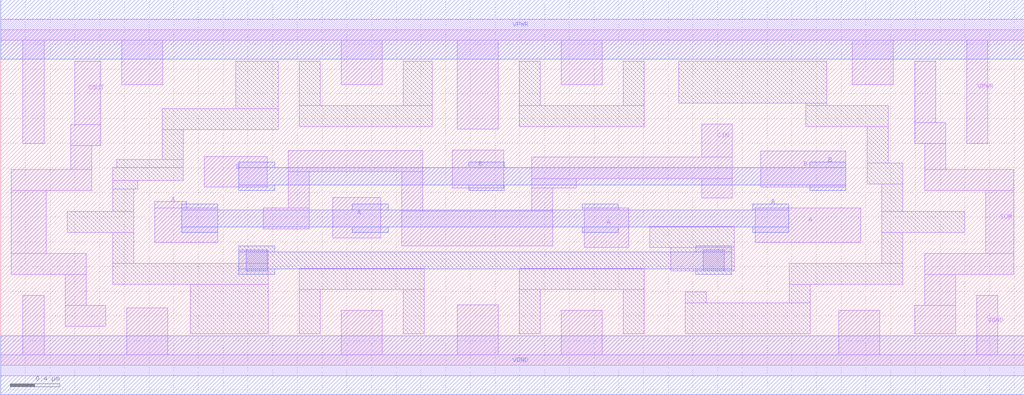
<source format=lef>
# Copyright 2020 The SkyWater PDK Authors
#
# Licensed under the Apache License, Version 2.0 (the "License");
# you may not use this file except in compliance with the License.
# You may obtain a copy of the License at
#
#     https://www.apache.org/licenses/LICENSE-2.0
#
# Unless required by applicable law or agreed to in writing, software
# distributed under the License is distributed on an "AS IS" BASIS,
# WITHOUT WARRANTIES OR CONDITIONS OF ANY KIND, either express or implied.
# See the License for the specific language governing permissions and
# limitations under the License.
#
# SPDX-License-Identifier: Apache-2.0

VERSION 5.5 ;
NAMESCASESENSITIVE ON ;
BUSBITCHARS "[]" ;
DIVIDERCHAR "/" ;
MACRO sky130_fd_sc_hd__fa_2
  CLASS CORE ;
  SOURCE USER ;
  ORIGIN  0.000000  0.000000 ;
  SIZE  8.280000 BY  2.720000 ;
  SYMMETRY X Y R90 ;
  SITE unithd ;
  PIN A
    ANTENNAGATEAREA  0.631500 ;
    DIRECTION INPUT ;
    USE SIGNAL ;
    PORT
      LAYER li1 ;
        RECT 1.245000 0.995000 1.755000 1.275000 ;
        RECT 1.245000 1.275000 1.505000 1.325000 ;
    END
    PORT
      LAYER li1 ;
        RECT 2.685000 1.030000 3.075000 1.360000 ;
    END
    PORT
      LAYER li1 ;
        RECT 4.720000 0.955000 5.080000 1.275000 ;
    END
    PORT
      LAYER li1 ;
        RECT 6.105000 0.995000 6.960000 1.275000 ;
    END
    PORT
      LAYER met1 ;
        RECT 1.465000 1.075000 1.755000 1.120000 ;
        RECT 1.465000 1.120000 6.375000 1.260000 ;
        RECT 1.465000 1.260000 1.755000 1.305000 ;
        RECT 2.845000 1.075000 3.135000 1.120000 ;
        RECT 2.845000 1.260000 3.135000 1.305000 ;
        RECT 4.705000 1.075000 4.995000 1.120000 ;
        RECT 4.705000 1.260000 4.995000 1.305000 ;
        RECT 6.085000 1.075000 6.375000 1.120000 ;
        RECT 6.085000 1.260000 6.375000 1.305000 ;
    END
  END A
  PIN B
    ANTENNAGATEAREA  0.631500 ;
    DIRECTION INPUT ;
    USE SIGNAL ;
    PORT
      LAYER li1 ;
        RECT 1.645000 1.445000 2.155000 1.690000 ;
    END
    PORT
      LAYER li1 ;
        RECT 3.655000 1.435000 4.070000 1.745000 ;
    END
    PORT
      LAYER li1 ;
        RECT 6.150000 1.445000 6.835000 1.735000 ;
    END
    PORT
      LAYER met1 ;
        RECT 1.925000 1.415000 2.215000 1.460000 ;
        RECT 1.925000 1.460000 6.835000 1.600000 ;
        RECT 1.925000 1.600000 2.215000 1.645000 ;
        RECT 3.785000 1.415000 4.075000 1.460000 ;
        RECT 3.785000 1.600000 4.075000 1.645000 ;
        RECT 6.545000 1.415000 6.835000 1.460000 ;
        RECT 6.545000 1.600000 6.835000 1.645000 ;
    END
  END B
  PIN CIN
    ANTENNAGATEAREA  0.475500 ;
    DIRECTION INPUT ;
    USE SIGNAL ;
    PORT
      LAYER li1 ;
        RECT 2.125000 1.105000 2.495000 1.275000 ;
        RECT 2.325000 1.275000 2.495000 1.570000 ;
        RECT 2.325000 1.570000 3.415000 1.740000 ;
        RECT 3.245000 0.965000 4.465000 1.250000 ;
        RECT 3.245000 1.250000 3.415000 1.570000 ;
        RECT 4.295000 1.250000 4.465000 1.435000 ;
        RECT 4.295000 1.435000 4.655000 1.515000 ;
        RECT 4.295000 1.515000 5.920000 1.685000 ;
        RECT 5.670000 1.355000 5.920000 1.515000 ;
        RECT 5.670000 1.685000 5.920000 1.955000 ;
    END
  END CIN
  PIN COUT
    ANTENNADIFFAREA  0.445500 ;
    DIRECTION OUTPUT ;
    USE SIGNAL ;
    PORT
      LAYER li1 ;
        RECT 0.085000 0.735000 0.690000 0.905000 ;
        RECT 0.085000 0.905000 0.370000 1.415000 ;
        RECT 0.085000 1.415000 0.735000 1.585000 ;
        RECT 0.520000 0.315000 0.850000 0.485000 ;
        RECT 0.520000 0.485000 0.690000 0.735000 ;
        RECT 0.565000 1.585000 0.735000 1.780000 ;
        RECT 0.565000 1.780000 0.810000 1.950000 ;
        RECT 0.600000 1.950000 0.810000 2.465000 ;
    END
  END COUT
  PIN SUM
    ANTENNADIFFAREA  0.523500 ;
    DIRECTION OUTPUT ;
    USE SIGNAL ;
    PORT
      LAYER li1 ;
        RECT 7.395000 0.255000 7.725000 0.485000 ;
        RECT 7.395000 1.795000 7.645000 1.965000 ;
        RECT 7.395000 1.965000 7.565000 2.465000 ;
        RECT 7.475000 0.485000 7.725000 0.735000 ;
        RECT 7.475000 0.735000 8.195000 0.905000 ;
        RECT 7.475000 1.415000 8.195000 1.585000 ;
        RECT 7.475000 1.585000 7.645000 1.795000 ;
        RECT 7.970000 0.905000 8.195000 1.415000 ;
    END
  END SUM
  PIN VGND
    DIRECTION INOUT ;
    SHAPE ABUTMENT ;
    USE GROUND ;
    PORT
      LAYER li1 ;
        RECT 0.000000 -0.085000 8.280000 0.085000 ;
        RECT 0.180000  0.085000 0.350000 0.565000 ;
        RECT 1.020000  0.085000 1.350000 0.465000 ;
        RECT 2.755000  0.085000 3.085000 0.445000 ;
        RECT 3.695000  0.085000 4.025000 0.490000 ;
        RECT 4.535000  0.085000 4.865000 0.445000 ;
        RECT 6.780000  0.085000 7.110000 0.445000 ;
        RECT 7.895000  0.085000 8.065000 0.565000 ;
    END
    PORT
      LAYER met1 ;
        RECT 0.000000 -0.240000 8.280000 0.240000 ;
    END
  END VGND
  PIN VPWR
    DIRECTION INOUT ;
    SHAPE ABUTMENT ;
    USE POWER ;
    PORT
      LAYER li1 ;
        RECT 0.000000 2.635000 8.280000 2.805000 ;
        RECT 0.180000 1.795000 0.350000 2.635000 ;
        RECT 0.980000 2.275000 1.310000 2.635000 ;
        RECT 2.755000 2.275000 3.085000 2.635000 ;
        RECT 3.695000 1.915000 4.025000 2.635000 ;
        RECT 4.535000 2.275000 4.865000 2.635000 ;
        RECT 6.890000 2.275000 7.220000 2.635000 ;
        RECT 7.815000 1.795000 7.985000 2.635000 ;
    END
    PORT
      LAYER met1 ;
        RECT 0.000000 2.480000 8.280000 2.960000 ;
    END
  END VPWR
  OBS
    LAYER li1 ;
      RECT 0.540000 1.075000 1.075000 1.245000 ;
      RECT 0.905000 0.655000 2.165000 0.825000 ;
      RECT 0.905000 0.825000 1.075000 1.075000 ;
      RECT 0.905000 1.245000 1.075000 1.430000 ;
      RECT 0.905000 1.430000 1.110000 1.495000 ;
      RECT 0.905000 1.495000 1.475000 1.600000 ;
      RECT 0.940000 1.600000 1.475000 1.665000 ;
      RECT 1.305000 1.665000 1.475000 1.910000 ;
      RECT 1.305000 1.910000 2.245000 2.080000 ;
      RECT 1.535000 0.255000 2.165000 0.655000 ;
      RECT 1.900000 2.080000 2.245000 2.465000 ;
      RECT 1.925000 0.825000 2.165000 0.935000 ;
      RECT 2.415000 0.255000 2.585000 0.615000 ;
      RECT 2.415000 0.615000 3.425000 0.785000 ;
      RECT 2.415000 1.935000 3.490000 2.105000 ;
      RECT 2.415000 2.105000 2.585000 2.465000 ;
      RECT 3.255000 0.255000 3.425000 0.615000 ;
      RECT 3.255000 2.105000 3.490000 2.465000 ;
      RECT 4.195000 0.255000 4.365000 0.615000 ;
      RECT 4.195000 0.615000 5.205000 0.785000 ;
      RECT 4.195000 1.935000 5.205000 2.105000 ;
      RECT 4.195000 2.105000 4.365000 2.465000 ;
      RECT 5.035000 0.255000 5.205000 0.615000 ;
      RECT 5.035000 2.105000 5.205000 2.465000 ;
      RECT 5.250000 0.955000 5.935000 1.125000 ;
      RECT 5.420000 0.765000 5.935000 0.955000 ;
      RECT 5.485000 2.125000 6.685000 2.465000 ;
      RECT 5.540000 0.255000 6.550000 0.505000 ;
      RECT 5.540000 0.505000 5.710000 0.595000 ;
      RECT 6.380000 0.505000 6.550000 0.655000 ;
      RECT 6.380000 0.655000 7.300000 0.825000 ;
      RECT 6.515000 1.935000 7.180000 2.105000 ;
      RECT 6.515000 2.105000 6.685000 2.125000 ;
      RECT 7.010000 1.470000 7.300000 1.640000 ;
      RECT 7.010000 1.640000 7.180000 1.935000 ;
      RECT 7.130000 0.825000 7.300000 1.075000 ;
      RECT 7.130000 1.075000 7.800000 1.245000 ;
      RECT 7.130000 1.245000 7.300000 1.470000 ;
    LAYER mcon ;
      RECT 1.985000 0.765000 2.155000 0.935000 ;
      RECT 5.685000 0.765000 5.855000 0.935000 ;
    LAYER met1 ;
      RECT 1.925000 0.735000 2.215000 0.780000 ;
      RECT 1.925000 0.780000 5.915000 0.920000 ;
      RECT 1.925000 0.920000 2.215000 0.965000 ;
      RECT 5.625000 0.735000 5.915000 0.780000 ;
      RECT 5.625000 0.920000 5.915000 0.965000 ;
  END
END sky130_fd_sc_hd__fa_2

</source>
